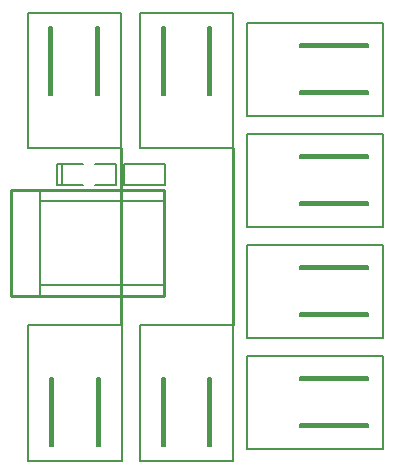
<source format=gto>
G04*
G04 #@! TF.GenerationSoftware,Altium Limited,Altium Designer,18.1.9 (240)*
G04*
G04 Layer_Color=65535*
%FSLAX25Y25*%
%MOIN*%
G70*
G01*
G75*
%ADD10C,0.01000*%
%ADD11C,0.00800*%
%ADD12C,0.00787*%
D10*
X422217Y230295D02*
Y289205D01*
X459591Y230295D02*
Y289205D01*
X385472Y275217D02*
X436590D01*
X385472Y239784D02*
Y275217D01*
Y239784D02*
X436590D01*
Y275217D01*
D11*
X436693Y276900D02*
Y284100D01*
X423307Y276900D02*
X436693D01*
X423307D02*
Y284100D01*
X436693D01*
X413500Y277000D02*
X420500D01*
Y284000D01*
X413500D02*
X420500D01*
X401000Y277000D02*
X409500D01*
X401000D02*
Y284000D01*
X409500D01*
X402500Y277000D02*
Y284000D01*
X391036Y289205D02*
Y334401D01*
Y289205D02*
X406626D01*
X391036Y334401D02*
X406626D01*
X398831Y307000D02*
Y329500D01*
X399331Y307000D02*
Y329500D01*
X398331Y307000D02*
X399331D01*
X398331D02*
Y329500D01*
X399331D01*
X413921D02*
X414922D01*
X413921Y307000D02*
Y329500D01*
Y307000D02*
X414922D01*
Y329500D01*
X414422Y307000D02*
Y329500D01*
X406626Y334401D02*
X422217D01*
Y289205D02*
Y334401D01*
X406626Y289205D02*
X422217D01*
X428409D02*
Y334401D01*
Y289205D02*
X444000D01*
X428409Y334401D02*
X444000D01*
X436205Y307000D02*
Y329500D01*
X436705Y307000D02*
Y329500D01*
X435705Y307000D02*
X436705D01*
X435705D02*
Y329500D01*
X436705D01*
X451295D02*
X452295D01*
X451295Y307000D02*
Y329500D01*
Y307000D02*
X452295D01*
Y329500D01*
X451795Y307000D02*
Y329500D01*
X444000Y334401D02*
X459591D01*
Y289205D02*
Y334401D01*
X444000Y289205D02*
X459591D01*
X464205Y331090D02*
X509402D01*
X464205Y315500D02*
Y331090D01*
X509402Y315500D02*
Y331090D01*
X482000Y323295D02*
X504500D01*
X482000Y322795D02*
X504500D01*
X482000D02*
Y323795D01*
X504500D01*
Y322795D02*
Y323795D01*
Y307205D02*
Y308205D01*
X482000D02*
X504500D01*
X482000Y307205D02*
Y308205D01*
Y307205D02*
X504500D01*
X482000Y307705D02*
X504500D01*
X509402Y299909D02*
Y315500D01*
X464205Y299909D02*
X509402D01*
X464205D02*
Y315500D01*
Y294091D02*
X509402D01*
X464205Y278500D02*
Y294091D01*
X509402Y278500D02*
Y294091D01*
X482000Y286295D02*
X504500D01*
X482000Y285795D02*
X504500D01*
X482000D02*
Y286795D01*
X504500D01*
Y285795D02*
Y286795D01*
Y270205D02*
Y271205D01*
X482000D02*
X504500D01*
X482000Y270205D02*
Y271205D01*
Y270205D02*
X504500D01*
X482000Y270705D02*
X504500D01*
X509402Y262909D02*
Y278500D01*
X464205Y262909D02*
X509402D01*
X464205D02*
Y278500D01*
Y257090D02*
X509402D01*
X464205Y241500D02*
Y257090D01*
X509402Y241500D02*
Y257090D01*
X482000Y249295D02*
X504500D01*
X482000Y248795D02*
X504500D01*
X482000D02*
Y249795D01*
X504500D01*
Y248795D02*
Y249795D01*
Y233205D02*
Y234205D01*
X482000D02*
X504500D01*
X482000Y233205D02*
Y234205D01*
Y233205D02*
X504500D01*
X482000Y233705D02*
X504500D01*
X509402Y225909D02*
Y241500D01*
X464205Y225909D02*
X509402D01*
X464205D02*
Y241500D01*
Y220091D02*
X509402D01*
X464205Y204500D02*
Y220091D01*
X509402Y204500D02*
Y220091D01*
X482000Y212295D02*
X504500D01*
X482000Y211795D02*
X504500D01*
X482000D02*
Y212795D01*
X504500D01*
Y211795D02*
Y212795D01*
Y196205D02*
Y197205D01*
X482000D02*
X504500D01*
X482000Y196205D02*
Y197205D01*
Y196205D02*
X504500D01*
X482000Y196705D02*
X504500D01*
X509402Y188909D02*
Y204500D01*
X464205Y188909D02*
X509402D01*
X464205D02*
Y204500D01*
X459590Y185099D02*
Y230295D01*
X444000D02*
X459590D01*
X444000Y185099D02*
X459590D01*
X451795Y190000D02*
Y212500D01*
X451295Y190000D02*
Y212500D01*
X452295D01*
Y190000D02*
Y212500D01*
X451295Y190000D02*
X452295D01*
X435705D02*
X436705D01*
Y212500D01*
X435705D02*
X436705D01*
X435705Y190000D02*
Y212500D01*
X436205Y190000D02*
Y212500D01*
X428409Y185099D02*
X444000D01*
X428409D02*
Y230295D01*
X444000D01*
X422374Y185099D02*
Y230295D01*
X406783D02*
X422374D01*
X406783Y185099D02*
X422374D01*
X414578Y190000D02*
Y212500D01*
X414079Y190000D02*
Y212500D01*
X415078D01*
Y190000D02*
Y212500D01*
X414079Y190000D02*
X415078D01*
X398488D02*
X399488D01*
Y212500D01*
X398488D02*
X399488D01*
X398488Y190000D02*
Y212500D01*
X398988Y190000D02*
Y212500D01*
X391193Y185099D02*
X406783D01*
X391193D02*
Y230295D01*
X406783D01*
D12*
X395315Y271500D02*
X436590D01*
X395315Y239784D02*
Y275217D01*
Y243500D02*
X436590D01*
M02*

</source>
